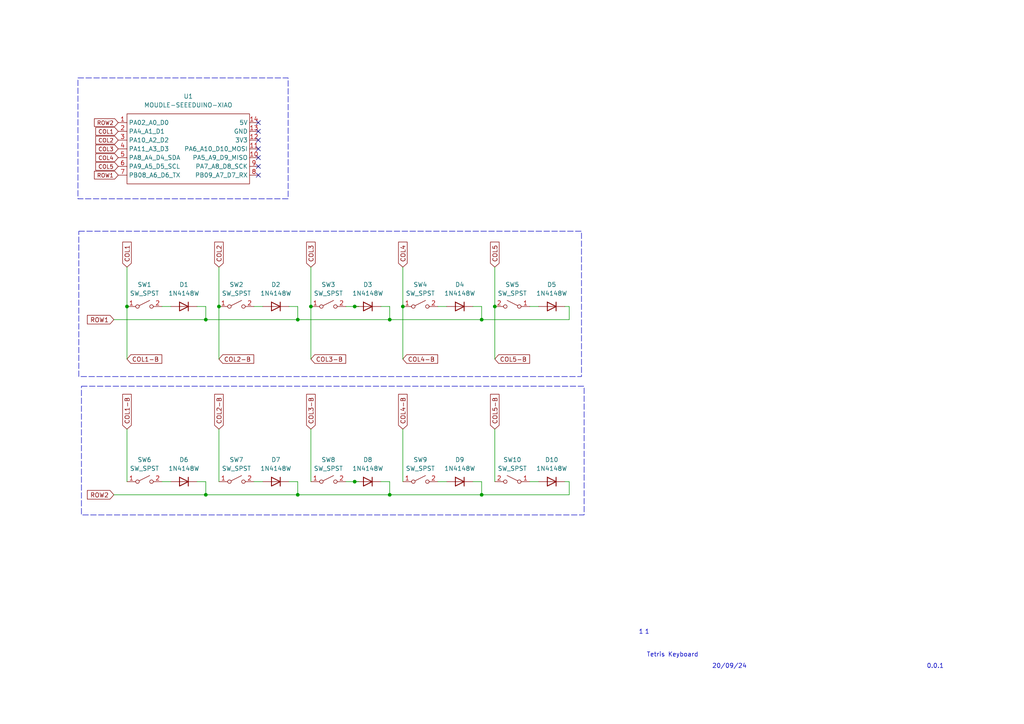
<source format=kicad_sch>
(kicad_sch (version 20231120) (generator "eeschema") (generator_version "8.0")
  (paper "A4")
  (lib_symbols
    (symbol "Diode:1N4148W" (pin_numbers hide) (pin_names hide)
      (property "Reference" "D" (at 0 2.54 0))
      (property "Value" "1N4148W" (at 0 -2.54 0))
      (symbol "1N4148W_0_1"
        (polyline (pts (xy -1.27 1.27) (xy -1.27 -1.27)) (stroke (width 0.254)))
        (polyline (pts (xy 1.27 0) (xy -1.27 0)))
        (polyline (pts (xy 1.27 1.27) (xy 1.27 -1.27) (xy -1.27 0) (xy 1.27 1.27)) (stroke (width 0.254)))
      )
      (symbol "1N4148W_1_1"
        (pin passive line (at -3.81 0 0) (length 2.54) (name "K") (number "1"))
        (pin passive line (at 3.81 0 180) (length 2.54) (name "A") (number "2"))
      )
    )
    (symbol "MOUDLE-SEEEDUINO-XIAO:MOUDLE-SEEEDUINO-XIAO"
      (property "Reference" "U" (at -16.51 11.43 0))
      (property "Value" "MOUDLE-SEEEDUINO-XIAO" (at -3.81 -11.43 0))
      (symbol "MOUDLE-SEEEDUINO-XIAO_0_1"
        (rectangle (start -16.51 10.16) (end 19.05 -10.16))
      )
      (symbol "MOUDLE-SEEEDUINO-XIAO_1_1"
        (pin passive line (at -19.05 7.62 0) (length 2.54) (name "PA02_A0_D0") (number "1"))
        (pin passive line (at 21.59 -2.54 180) (length 2.54) (name "PA5_A9_D9_MISO") (number "10"))
        (pin passive line (at 21.59 0 180) (length 2.54) (name "PA6_A10_D10_MOSI") (number "11"))
        (pin passive line (at 21.59 2.54 180) (length 2.54) (name "3V3") (number "12"))
        (pin passive line (at 21.59 5.08 180) (length 2.54) (name "GND") (number "13"))
        (pin passive line (at 21.59 7.62 180) (length 2.54) (name "5V") (number "14"))
        (pin passive line (at -19.05 5.08 0) (length 2.54) (name "PA4_A1_D1") (number "2"))
        (pin passive line (at -19.05 2.54 0) (length 2.54) (name "PA10_A2_D2") (number "3"))
        (pin passive line (at -19.05 0 0) (length 2.54) (name "PA11_A3_D3") (number "4"))
        (pin passive line (at -19.05 -2.54 0) (length 2.54) (name "PA8_A4_D4_SDA") (number "5"))
        (pin passive line (at -19.05 -5.08 0) (length 2.54) (name "PA9_A5_D5_SCL") (number "6"))
        (pin passive line (at -19.05 -7.62 0) (length 2.54) (name "PB08_A6_D6_TX") (number "7"))
        (pin passive line (at 21.59 -7.62 180) (length 2.54) (name "PB09_A7_D7_RX") (number "8"))
        (pin passive line (at 21.59 -5.08 180) (length 2.54) (name "PA7_A8_D8_SCK") (number "9"))
      )
    )
    (symbol "Switch:SW_SPST" (pin_names (offset 0) hide)
      (property "Reference" "SW" (at 0 3.175 0))
      (property "Value" "SW_SPST" (at 0 -2.54 0))
      (symbol "SW_SPST_0_0"
        (circle (center -2.032 0) (radius 0.508))
        (polyline (pts (xy -1.524 0.254) (xy 1.524 1.778)))
        (circle (center 2.032 0) (radius 0.508))
      )
      (symbol "SW_SPST_1_1"
        (pin passive line (at -5.08 0 0) (length 2.54) (name "A") (number "1"))
        (pin passive line (at 5.08 0 180) (length 2.54) (name "B") (number "2"))
      )
    )
  )
  (junction (at 102.87 139.7))
  (junction (at 113.03 143.51))
  (junction (at 116.84 88.9))
  (junction (at 90.17 88.9))
  (junction (at 59.69 143.51))
  (junction (at 113.03 92.71))
  (junction (at 86.36 143.51))
  (junction (at 59.69 92.71))
  (junction (at 102.87 88.9))
  (junction (at 143.51 88.9))
  (junction (at 86.36 92.71))
  (junction (at 139.7 143.51))
  (junction (at 139.7 92.71))
  (junction (at 63.5 88.9))
  (junction (at 36.83 88.9))
  (no_connect (at 74.93 50.8))
  (no_connect (at 74.93 38.1))
  (no_connect (at 74.93 43.18))
  (no_connect (at 74.93 35.56))
  (no_connect (at 74.93 48.26))
  (no_connect (at 74.93 45.72))
  (no_connect (at 74.93 40.64))
  (wire (pts (xy 139.7 139.7) (xy 139.7 143.51)))
  (wire (pts (xy 165.1 139.7) (xy 163.83 139.7)))
  (wire (pts (xy 63.5 124.46) (xy 63.5 139.7)))
  (wire (pts (xy 33.02 143.51) (xy 59.69 143.51)))
  (wire (pts (xy 113.03 143.51) (xy 139.7 143.51)))
  (wire (pts (xy 139.7 88.9) (xy 139.7 92.71)))
  (wire (pts (xy 36.83 88.9) (xy 36.83 104.14)))
  (wire (pts (xy 90.17 77.47) (xy 90.17 88.9)))
  (wire (pts (xy 113.03 88.9) (xy 113.03 92.71)))
  (wire (pts (xy 36.83 124.46) (xy 36.83 139.7)))
  (wire (pts (xy 73.66 88.9) (xy 76.2 88.9)))
  (wire (pts (xy 33.02 92.71) (xy 59.69 92.71)))
  (wire (pts (xy 57.15 139.7) (xy 59.69 139.7)))
  (wire (pts (xy 83.82 88.9) (xy 86.36 88.9)))
  (wire (pts (xy 86.36 92.71) (xy 113.03 92.71)))
  (wire (pts (xy 153.67 88.9) (xy 156.21 88.9)))
  (wire (pts (xy 36.83 77.47) (xy 36.83 88.9)))
  (wire (pts (xy 113.03 92.71) (xy 139.7 92.71)))
  (wire (pts (xy 90.17 88.9) (xy 90.17 104.14)))
  (wire (pts (xy 63.5 88.9) (xy 63.5 104.14)))
  (wire (pts (xy 143.51 77.47) (xy 143.51 88.9)))
  (wire (pts (xy 116.84 88.9) (xy 116.84 104.14)))
  (wire (pts (xy 165.1 92.71) (xy 165.1 88.9)))
  (wire (pts (xy 59.69 143.51) (xy 86.36 143.51)))
  (wire (pts (xy 73.66 139.7) (xy 76.2 139.7)))
  (wire (pts (xy 110.49 88.9) (xy 113.03 88.9)))
  (wire (pts (xy 116.84 124.46) (xy 116.84 139.7)))
  (wire (pts (xy 139.7 143.51) (xy 165.1 143.51)))
  (wire (pts (xy 116.84 77.47) (xy 116.84 88.9)))
  (wire (pts (xy 86.36 139.7) (xy 86.36 143.51)))
  (wire (pts (xy 83.82 139.7) (xy 86.36 139.7)))
  (wire (pts (xy 143.51 88.9) (xy 143.51 104.14)))
  (wire (pts (xy 143.51 124.46) (xy 143.51 139.7)))
  (wire (pts (xy 86.36 143.51) (xy 113.03 143.51)))
  (wire (pts (xy 137.16 88.9) (xy 139.7 88.9)))
  (wire (pts (xy 165.1 88.9) (xy 163.83 88.9)))
  (wire (pts (xy 46.99 139.7) (xy 49.53 139.7)))
  (wire (pts (xy 127 139.7) (xy 129.54 139.7)))
  (wire (pts (xy 139.7 92.71) (xy 165.1 92.71)))
  (wire (pts (xy 57.15 88.9) (xy 59.69 88.9)))
  (wire (pts (xy 63.5 77.47) (xy 63.5 88.9)))
  (wire (pts (xy 59.69 92.71) (xy 86.36 92.71)))
  (wire (pts (xy 137.16 139.7) (xy 139.7 139.7)))
  (wire (pts (xy 165.1 143.51) (xy 165.1 139.7)))
  (wire (pts (xy 86.36 88.9) (xy 86.36 92.71)))
  (wire (pts (xy 100.33 88.9) (xy 102.87 88.9)))
  (wire (pts (xy 127 88.9) (xy 129.54 88.9)))
  (wire (pts (xy 46.99 88.9) (xy 49.53 88.9)))
  (wire (pts (xy 59.69 88.9) (xy 59.69 92.71)))
  (wire (pts (xy 100.33 139.7) (xy 102.87 139.7)))
  (wire (pts (xy 59.69 139.7) (xy 59.69 143.51)))
  (wire (pts (xy 102.87 139.7) (xy 104.14 139.7)))
  (wire (pts (xy 102.87 88.9) (xy 104.14 88.9)))
  (wire (pts (xy 113.03 139.7) (xy 113.03 143.51)))
  (wire (pts (xy 153.67 139.7) (xy 156.21 139.7)))
  (wire (pts (xy 110.49 139.7) (xy 113.03 139.7)))
  (wire (pts (xy 90.17 124.46) (xy 90.17 139.7)))
  (rectangle (start 22.86 67.056) (end 168.656 109.22) (stroke (width 0) (type dash)))
  (rectangle (start 23.622 112.014) (end 169.418 149.352) (stroke (width 0) (type dash)))
  (rectangle (start 22.606 22.606) (end 83.566 57.658) (stroke (width 0) (type dash)))
  (text "Tetris Keyboard\n" (at 195.072 189.992 0) (effects (font (size 1.27 1.27))))
  (text "0.0.1" (at 271.272 193.294 0) (effects (font (size 1.27 1.27))))
  (text "1" (at 187.706 183.388 0) (effects (font (size 1.27 1.27))))
  (text "1" (at 185.928 183.388 0) (effects (font (size 1.27 1.27))))
  (text "20/09/24" (at 211.582 193.294 0) (effects (font (size 1.27 1.27))))
  (global_label "COL2" (shape input) (at 34.29 40.64 180) (effects (font (size 1.143 1.143))) (property "Intersheetrefs" "${INTERSHEET_REFS}" (effects (hide yes))))
  (global_label "COL1" (shape input) (at 34.29 38.1 180) (effects (font (size 1.143 1.143))) (property "Intersheetrefs" "${INTERSHEET_REFS}" (effects (hide yes))))
  (global_label "COL2-B" (shape input) (at 63.5 124.46 90) (property "Intersheetrefs" "${INTERSHEET_REFS}" (effects (hide yes))))
  (global_label "COL5" (shape input) (at 34.29 48.26 180) (effects (font (size 1.143 1.143))) (property "Intersheetrefs" "${INTERSHEET_REFS}" (effects (hide yes))))
  (global_label "COL3-B" (shape input) (at 90.17 104.14 0) (property "Intersheetrefs" "${INTERSHEET_REFS}" (effects (hide yes))))
  (global_label "COL1-B" (shape input) (at 36.83 104.14 0) (property "Intersheetrefs" "${INTERSHEET_REFS}" (effects (hide yes))))
  (global_label "COL2" (shape input) (at 63.5 77.47 90) (property "Intersheetrefs" "${INTERSHEET_REFS}" (effects (hide yes))))
  (global_label "ROW1" (shape input) (at 34.29 50.8 180) (effects (font (size 1.143 1.143))) (property "Intersheetrefs" "${INTERSHEET_REFS}" (effects (hide yes))))
  (global_label "COL3-B" (shape input) (at 90.17 124.46 90) (property "Intersheetrefs" "${INTERSHEET_REFS}" (effects (hide yes))))
  (global_label "COL4" (shape input) (at 116.84 77.47 90) (property "Intersheetrefs" "${INTERSHEET_REFS}" (effects (hide yes))))
  (global_label "COL5-B" (shape input) (at 143.51 124.46 90) (property "Intersheetrefs" "${INTERSHEET_REFS}" (effects (hide yes))))
  (global_label "ROW2" (shape input) (at 34.29 35.56 180) (effects (font (size 1.143 1.143))) (property "Intersheetrefs" "${INTERSHEET_REFS}" (effects (hide yes))))
  (global_label "COL5" (shape input) (at 143.51 77.47 90) (property "Intersheetrefs" "${INTERSHEET_REFS}" (effects (hide yes))))
  (global_label "COL5-B" (shape input) (at 143.51 104.14 0) (property "Intersheetrefs" "${INTERSHEET_REFS}" (effects (hide yes))))
  (global_label "COL4-B" (shape input) (at 116.84 104.14 0) (property "Intersheetrefs" "${INTERSHEET_REFS}" (effects (hide yes))))
  (global_label "ROW2" (shape input) (at 33.02 143.51 180) (property "Intersheetrefs" "${INTERSHEET_REFS}" (effects (hide yes))))
  (global_label "COL4" (shape input) (at 34.29 45.72 180) (effects (font (size 1.143 1.143))) (property "Intersheetrefs" "${INTERSHEET_REFS}" (effects (hide yes))))
  (global_label "COL2-B" (shape input) (at 63.5 104.14 0) (property "Intersheetrefs" "${INTERSHEET_REFS}" (effects (hide yes))))
  (global_label "ROW1" (shape input) (at 33.02 92.71 180) (property "Intersheetrefs" "${INTERSHEET_REFS}" (effects (hide yes))))
  (global_label "COL1-B" (shape input) (at 36.83 124.46 90) (property "Intersheetrefs" "${INTERSHEET_REFS}" (effects (hide yes))))
  (global_label "COL3" (shape input) (at 34.29 43.18 180) (effects (font (size 1.143 1.143))) (property "Intersheetrefs" "${INTERSHEET_REFS}" (effects (hide yes))))
  (global_label "COL1" (shape input) (at 36.83 77.47 90) (property "Intersheetrefs" "${INTERSHEET_REFS}" (effects (hide yes))))
  (global_label "COL4-B" (shape input) (at 116.84 124.46 90) (property "Intersheetrefs" "${INTERSHEET_REFS}" (effects (hide yes))))
  (global_label "COL3" (shape input) (at 90.17 77.47 90) (property "Intersheetrefs" "${INTERSHEET_REFS}" (effects (hide yes))))
  (symbol (lib_id "Switch:SW_SPST") (at 68.58 88.9 0) (unit 1)
    (property "Reference" "SW2" (at 68.58 82.55 0))
    (property "Value" "SW_SPST" (at 68.58 85.09 0))
    (property "Description" "Single Pole Single Throw (SPST) switch" (effects (hide yes)))
  )
  (symbol (lib_id "Switch:SW_SPST") (at 95.25 88.9 0) (unit 1)
    (property "Reference" "SW3" (at 95.25 82.55 0))
    (property "Value" "SW_SPST" (at 95.25 85.09 0))
    (property "Description" "Single Pole Single Throw (SPST) switch" (effects (hide yes)))
  )
  (symbol (lib_id "Switch:SW_SPST") (at 68.58 139.7 0) (unit 1)
    (property "Reference" "SW7" (at 68.58 133.35 0))
    (property "Value" "SW_SPST" (at 68.58 135.89 0))
    (property "Description" "Single Pole Single Throw (SPST) switch" (effects (hide yes)))
  )
  (symbol (lib_id "Diode:1N4148W") (at 160.02 139.7 0) (mirror y) (unit 1)
    (property "Reference" "D10" (at 160.02 133.35 0))
    (property "Value" "1N4148W" (at 160.02 135.89 0))
    (property "Footprint" "Diode_SMD:D_SOD-123" (effects (hide yes)))
    (property "Datasheet" "https://www.vishay.com/docs/85748/1n4148w.pdf" (effects (hide yes)))
    (property "Description" "75V 0.15A Fast Switching Diode, SOD-123" (effects (hide yes)))
    (property "Sim.Device" "D" (effects (hide yes)))
    (property "Sim.Pins" "1=K 2=A" (effects (hide yes)))
  )
  (symbol (lib_id "MOUDLE-SEEEDUINO-XIAO:MOUDLE-SEEEDUINO-XIAO") (at 53.34 43.18 0) (unit 1)
    (property "Reference" "U1" (at 54.61 27.94 0))
    (property "Value" "MOUDLE-SEEEDUINO-XIAO" (at 54.61 30.48 0))
  )
  (symbol (lib_id "Switch:SW_SPST") (at 148.59 139.7 0) (mirror y) (unit 1)
    (property "Reference" "SW10" (at 148.59 133.35 0))
    (property "Value" "SW_SPST" (at 148.59 135.89 0))
    (property "Description" "Single Pole Single Throw (SPST) switch" (effects (hide yes)))
  )
  (symbol (lib_id "Switch:SW_SPST") (at 121.92 88.9 0) (unit 1)
    (property "Reference" "SW4" (at 121.92 82.55 0))
    (property "Value" "SW_SPST" (at 121.92 85.09 0))
    (property "Description" "Single Pole Single Throw (SPST) switch" (effects (hide yes)))
  )
  (symbol (lib_id "Diode:1N4148W") (at 80.01 139.7 0) (mirror y) (unit 1)
    (property "Reference" "D7" (at 80.01 133.35 0))
    (property "Value" "1N4148W" (at 80.01 135.89 0))
    (property "Footprint" "Diode_SMD:D_SOD-123" (effects (hide yes)))
    (property "Datasheet" "https://www.vishay.com/docs/85748/1n4148w.pdf" (effects (hide yes)))
    (property "Description" "75V 0.15A Fast Switching Diode, SOD-123" (effects (hide yes)))
    (property "Sim.Device" "D" (effects (hide yes)))
    (property "Sim.Pins" "1=K 2=A" (effects (hide yes)))
  )
  (symbol (lib_id "Diode:1N4148W") (at 80.01 88.9 0) (mirror y) (unit 1)
    (property "Reference" "D2" (at 80.01 82.55 0))
    (property "Value" "1N4148W" (at 80.01 85.09 0))
    (property "Footprint" "Diode_SMD:D_SOD-123" (effects (hide yes)))
    (property "Datasheet" "https://www.vishay.com/docs/85748/1n4148w.pdf" (effects (hide yes)))
    (property "Description" "75V 0.15A Fast Switching Diode, SOD-123" (effects (hide yes)))
    (property "Sim.Device" "D" (effects (hide yes)))
    (property "Sim.Pins" "1=K 2=A" (effects (hide yes)))
  )
  (symbol (lib_id "Switch:SW_SPST") (at 95.25 139.7 0) (unit 1)
    (property "Reference" "SW8" (at 95.25 133.35 0))
    (property "Value" "SW_SPST" (at 95.25 135.89 0))
    (property "Description" "Single Pole Single Throw (SPST) switch" (effects (hide yes)))
  )
  (symbol (lib_id "Switch:SW_SPST") (at 41.91 139.7 0) (unit 1)
    (property "Reference" "SW6" (at 41.91 133.35 0))
    (property "Value" "SW_SPST" (at 41.91 135.89 0))
    (property "Description" "Single Pole Single Throw (SPST) switch" (effects (hide yes)))
  )
  (symbol (lib_id "Diode:1N4148W") (at 133.35 88.9 0) (mirror y) (unit 1)
    (property "Reference" "D4" (at 133.35 82.55 0))
    (property "Value" "1N4148W" (at 133.35 85.09 0))
    (property "Footprint" "Diode_SMD:D_SOD-123" (effects (hide yes)))
    (property "Datasheet" "https://www.vishay.com/docs/85748/1n4148w.pdf" (effects (hide yes)))
    (property "Description" "75V 0.15A Fast Switching Diode, SOD-123" (effects (hide yes)))
    (property "Sim.Device" "D" (effects (hide yes)))
    (property "Sim.Pins" "1=K 2=A" (effects (hide yes)))
  )
  (symbol (lib_id "Diode:1N4148W") (at 106.68 88.9 0) (mirror y) (unit 1)
    (property "Reference" "D3" (at 106.68 82.55 0))
    (property "Value" "1N4148W" (at 106.68 85.09 0))
    (property "Footprint" "Diode_SMD:D_SOD-123" (effects (hide yes)))
    (property "Datasheet" "https://www.vishay.com/docs/85748/1n4148w.pdf" (effects (hide yes)))
    (property "Description" "75V 0.15A Fast Switching Diode, SOD-123" (effects (hide yes)))
    (property "Sim.Device" "D" (effects (hide yes)))
    (property "Sim.Pins" "1=K 2=A" (effects (hide yes)))
  )
  (symbol (lib_id "Switch:SW_SPST") (at 121.92 139.7 0) (unit 1)
    (property "Reference" "SW9" (at 121.92 133.35 0))
    (property "Value" "SW_SPST" (at 121.92 135.89 0))
    (property "Description" "Single Pole Single Throw (SPST) switch" (effects (hide yes)))
  )
  (symbol (lib_id "Diode:1N4148W") (at 53.34 139.7 0) (mirror y) (unit 1)
    (property "Reference" "D6" (at 53.34 133.35 0))
    (property "Value" "1N4148W" (at 53.34 135.89 0))
    (property "Footprint" "Diode_SMD:D_SOD-123" (effects (hide yes)))
    (property "Datasheet" "https://www.vishay.com/docs/85748/1n4148w.pdf" (effects (hide yes)))
    (property "Description" "75V 0.15A Fast Switching Diode, SOD-123" (effects (hide yes)))
    (property "Sim.Device" "D" (effects (hide yes)))
    (property "Sim.Pins" "1=K 2=A" (effects (hide yes)))
  )
  (symbol (lib_id "Diode:1N4148W") (at 53.34 88.9 0) (mirror y) (unit 1)
    (property "Reference" "D1" (at 53.34 82.55 0))
    (property "Value" "1N4148W" (at 53.34 85.09 0))
    (property "Footprint" "Diode_SMD:D_SOD-123" (effects (hide yes)))
    (property "Datasheet" "https://www.vishay.com/docs/85748/1n4148w.pdf" (effects (hide yes)))
    (property "Description" "75V 0.15A Fast Switching Diode, SOD-123" (effects (hide yes)))
    (property "Sim.Device" "D" (effects (hide yes)))
    (property "Sim.Pins" "1=K 2=A" (effects (hide yes)))
  )
  (symbol (lib_id "Diode:1N4148W") (at 133.35 139.7 0) (mirror y) (unit 1)
    (property "Reference" "D9" (at 133.35 133.35 0))
    (property "Value" "1N4148W" (at 133.35 135.89 0))
    (property "Footprint" "Diode_SMD:D_SOD-123" (effects (hide yes)))
    (property "Datasheet" "https://www.vishay.com/docs/85748/1n4148w.pdf" (effects (hide yes)))
    (property "Description" "75V 0.15A Fast Switching Diode, SOD-123" (effects (hide yes)))
    (property "Sim.Device" "D" (effects (hide yes)))
    (property "Sim.Pins" "1=K 2=A" (effects (hide yes)))
  )
  (symbol (lib_id "Switch:SW_SPST") (at 41.91 88.9 0) (unit 1)
    (property "Reference" "SW1" (at 41.91 82.55 0))
    (property "Value" "SW_SPST" (at 41.91 85.09 0))
    (property "Description" "Single Pole Single Throw (SPST) switch" (effects (hide yes)))
  )
  (symbol (lib_id "Diode:1N4148W") (at 106.68 139.7 0) (mirror y) (unit 1)
    (property "Reference" "D8" (at 106.68 133.35 0))
    (property "Value" "1N4148W" (at 106.68 135.89 0))
    (property "Footprint" "Diode_SMD:D_SOD-123" (effects (hide yes)))
    (property "Datasheet" "https://www.vishay.com/docs/85748/1n4148w.pdf" (effects (hide yes)))
    (property "Description" "75V 0.15A Fast Switching Diode, SOD-123" (effects (hide yes)))
    (property "Sim.Device" "D" (effects (hide yes)))
    (property "Sim.Pins" "1=K 2=A" (effects (hide yes)))
  )
  (symbol (lib_id "Diode:1N4148W") (at 160.02 88.9 0) (mirror y) (unit 1)
    (property "Reference" "D5" (at 160.02 82.55 0))
    (property "Value" "1N4148W" (at 160.02 85.09 0))
    (property "Footprint" "Diode_SMD:D_SOD-123" (effects (hide yes)))
    (property "Datasheet" "https://www.vishay.com/docs/85748/1n4148w.pdf" (effects (hide yes)))
    (property "Description" "75V 0.15A Fast Switching Diode, SOD-123" (effects (hide yes)))
    (property "Sim.Device" "D" (effects (hide yes)))
    (property "Sim.Pins" "1=K 2=A" (effects (hide yes)))
  )
  (symbol (lib_id "Switch:SW_SPST") (at 148.59 88.9 0) (mirror y) (unit 1)
    (property "Reference" "SW5" (at 148.59 82.55 0))
    (property "Value" "SW_SPST" (at 148.59 85.09 0))
    (property "Description" "Single Pole Single Throw (SPST) switch" (effects (hide yes)))
  )
)
</source>
